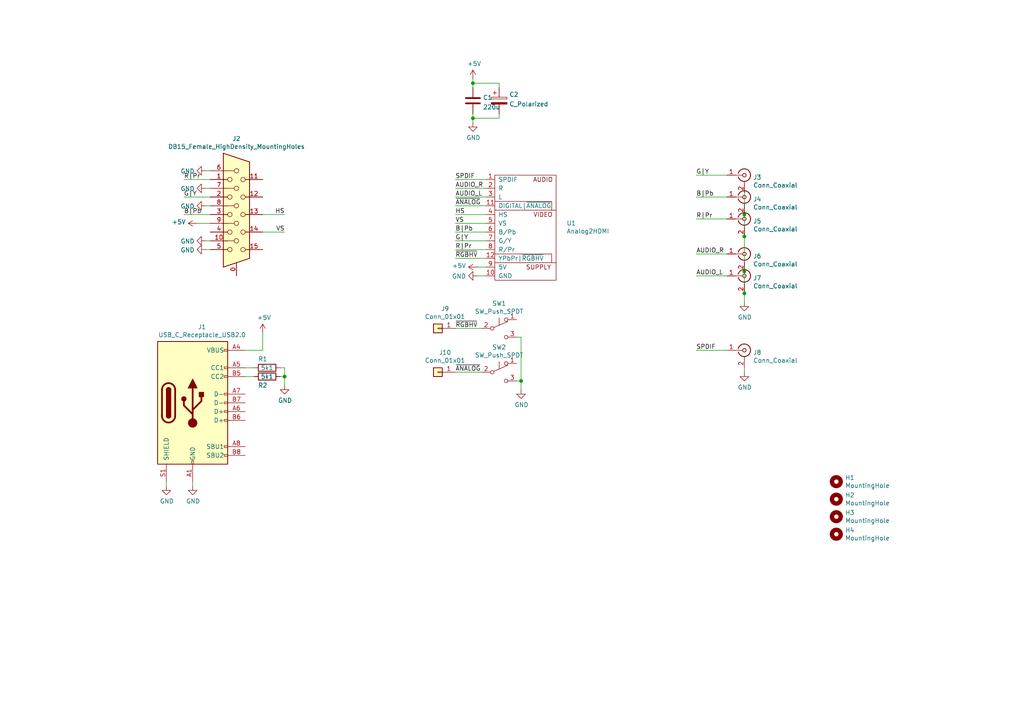
<source format=kicad_sch>
(kicad_sch (version 20211123) (generator eeschema)
  (paper "A4")
  (title_block (title "Analog2HDMI-Carrier Board") (date "2022-03-19") (rev "v20220319"))
  (lib_symbols
    (symbol "Analog2HDMI:Analog2HDMI" (pin_names (offset 1.016))
      (property "Reference" "U" (at -3.81 17.78 0))
      (property "Value" "Analog2HDMI" (at 6.35 -15.24 0))
      (symbol "Analog2HDMI_0_0"
        (polyline (pts (xy -5.08 -8.89) (xy 12.7 -8.89)))
        (polyline (pts (xy 11.43 6.35) (xy 12.7 6.35)))
        (polyline (pts (xy -5.08 6.35) (xy 11.43 6.35) (xy 11.43 8.89) (xy -5.08 8.89)))
        (polyline (pts (xy 11.43 -8.89) (xy 11.43 -7.62) (xy 11.43 -6.35) (xy -5.08 -6.35)))
        (text "AUDIO" (at 8.89 15.24 0) (effects (font (size 1.27 1.27))))
        (text "SUPPLY" (at 7.62 -10.16 0) (effects (font (size 1.27 1.27))))
        (text "VIDEO" (at 8.89 5.08 0) (effects (font (size 1.27 1.27))))
      )
      (symbol "Analog2HDMI_0_1"
        (rectangle (start -5.08 16.51) (end 12.7 -13.97))
      )
      (symbol "Analog2HDMI_1_1"
        (pin input line (at -7.62 15.24 0) (length 2.54) (name "SPDIF") (number "1"))
        (pin power_in line (at -7.62 -12.7 0) (length 2.54) (name "GND") (number "10"))
        (pin input line (at -7.62 7.62 0) (length 2.54) (name "DIGITAL|~{ANALOG}") (number "11"))
        (pin input line (at -7.62 -7.62 0) (length 2.54) (name "YPbPr|~{RGBHV}") (number "12"))
        (pin input line (at -7.62 12.7 0) (length 2.54) (name "R") (number "2"))
        (pin input line (at -7.62 10.16 0) (length 2.54) (name "L") (number "3"))
        (pin input line (at -7.62 5.08 0) (length 2.54) (name "HS") (number "4"))
        (pin input line (at -7.62 2.54 0) (length 2.54) (name "VS") (number "5"))
        (pin input line (at -7.62 0 0) (length 2.54) (name "B/Pb") (number "6"))
        (pin input line (at -7.62 -2.54 0) (length 2.54) (name "G/Y") (number "7"))
        (pin input line (at -7.62 -5.08 0) (length 2.54) (name "R/Pr") (number "8"))
        (pin power_in line (at -7.62 -10.16 0) (length 2.54) (name "5V") (number "9"))
      )
    )
    (symbol "Connector:Conn_Coaxial" (pin_names (offset 1.016) hide)
      (property "Reference" "J" (at 0.254 3.048 0))
      (property "Value" "Conn_Coaxial" (at 2.921 0 90))
      (symbol "Conn_Coaxial_0_1"
        (arc (start -1.778 -0.508) (mid 0.222 -1.808) (end 1.778 0) (stroke (width 0.254)))
        (polyline (pts (xy -2.54 0) (xy -0.508 0)))
        (polyline (pts (xy 0 -2.54) (xy 0 -1.778)))
        (circle (center 0 0) (radius 0.508) (stroke (width 0.2032)))
        (arc (start 1.778 0) (mid 0.222 1.8083) (end -1.778 0.508) (stroke (width 0.254)))
      )
      (symbol "Conn_Coaxial_1_1"
        (pin passive line (at -5.08 0 0) (length 2.54) (name "In") (number "1"))
        (pin passive line (at 0 -5.08 90) (length 2.54) (name "Ext") (number "2"))
      )
    )
    (symbol "Connector:DB15_Female_HighDensity_MountingHoles" (pin_names (offset 1.016) hide)
      (property "Reference" "J" (at 0 21.59 0))
      (property "Value" "DB15_Female_HighDensity_MountingHoles" (at 0 19.05 0))
      (symbol "DB15_Female_HighDensity_MountingHoles_0_1"
        (circle (center -1.905 -10.16) (radius 0.635))
        (circle (center -1.905 -5.08) (radius 0.635))
        (circle (center -1.905 0) (radius 0.635))
        (circle (center -1.905 5.08) (radius 0.635))
        (circle (center -1.905 10.16) (radius 0.635))
        (circle (center 0 -7.62) (radius 0.635))
        (circle (center 0 -2.54) (radius 0.635))
        (polyline (pts (xy -3.175 7.62) (xy -0.635 7.62)))
        (polyline (pts (xy -0.635 -7.62) (xy -3.175 -7.62)))
        (polyline (pts (xy -0.635 -2.54) (xy -3.175 -2.54)))
        (polyline (pts (xy -0.635 2.54) (xy -3.175 2.54)))
        (polyline (pts (xy -0.635 12.7) (xy -3.175 12.7)))
        (polyline (pts (xy -3.81 17.78) (xy -3.81 -15.24) (xy 3.81 -12.7) (xy 3.81 15.24) (xy -3.81 17.78)) (stroke (width 0.254)) (fill (type background)))
        (circle (center 0 2.54) (radius 0.635))
        (circle (center 0 7.62) (radius 0.635))
        (circle (center 0 12.7) (radius 0.635))
        (circle (center 1.905 -10.16) (radius 0.635))
        (circle (center 1.905 -5.08) (radius 0.635))
        (circle (center 1.905 0) (radius 0.635))
        (circle (center 1.905 5.08) (radius 0.635))
        (circle (center 1.905 10.16) (radius 0.635))
      )
      (symbol "DB15_Female_HighDensity_MountingHoles_1_1"
        (pin passive line (at 0 -17.78 90) (length 3.81) (name "~") (number "0"))
        (pin passive line (at -7.62 10.16 0) (length 5.08) (name "~") (number "1"))
        (pin passive line (at -7.62 -7.62 0) (length 5.08) (name "~") (number "10"))
        (pin passive line (at 7.62 10.16 180) (length 5.08) (name "~") (number "11"))
        (pin passive line (at 7.62 5.08 180) (length 5.08) (name "~") (number "12"))
        (pin passive line (at 7.62 0 180) (length 5.08) (name "~") (number "13"))
        (pin passive line (at 7.62 -5.08 180) (length 5.08) (name "~") (number "14"))
        (pin passive line (at 7.62 -10.16 180) (length 5.08) (name "~") (number "15"))
        (pin passive line (at -7.62 5.08 0) (length 5.08) (name "~") (number "2"))
        (pin passive line (at -7.62 0 0) (length 5.08) (name "~") (number "3"))
        (pin passive line (at -7.62 -5.08 0) (length 5.08) (name "~") (number "4"))
        (pin passive line (at -7.62 -10.16 0) (length 5.08) (name "~") (number "5"))
        (pin passive line (at -7.62 12.7 0) (length 5.08) (name "~") (number "6"))
        (pin passive line (at -7.62 7.62 0) (length 5.08) (name "~") (number "7"))
        (pin passive line (at -7.62 2.54 0) (length 5.08) (name "~") (number "8"))
        (pin passive line (at -7.62 -2.54 0) (length 5.08) (name "~") (number "9"))
      )
    )
    (symbol "Connector:USB_C_Receptacle_USB2.0" (pin_names (offset 1.016))
      (property "Reference" "J" (at -10.16 19.05 0))
      (property "Value" "USB_C_Receptacle_USB2.0" (at 19.05 19.05 0))
      (symbol "USB_C_Receptacle_USB2.0_0_0"
        (rectangle (start -0.254 -17.78) (end 0.254 -16.764))
        (rectangle (start 10.16 -14.986) (end 9.144 -15.494))
        (rectangle (start 10.16 -12.446) (end 9.144 -12.954))
        (rectangle (start 10.16 -4.826) (end 9.144 -5.334))
        (rectangle (start 10.16 -2.286) (end 9.144 -2.794))
        (rectangle (start 10.16 0.254) (end 9.144 -0.254))
        (rectangle (start 10.16 2.794) (end 9.144 2.286))
        (rectangle (start 10.16 7.874) (end 9.144 7.366))
        (rectangle (start 10.16 10.414) (end 9.144 9.906))
        (rectangle (start 10.16 15.494) (end 9.144 14.986))
      )
      (symbol "USB_C_Receptacle_USB2.0_0_1"
        (rectangle (start -10.16 17.78) (end 10.16 -17.78) (stroke (width 0.254)) (fill (type background)))
        (arc (start -8.89 -3.81) (mid -6.985 -5.715) (end -5.08 -3.81) (stroke (width 0.508)))
        (arc (start -7.62 -3.81) (mid -6.985 -4.445) (end -6.35 -3.81) (stroke (width 0.254)))
        (arc (start -7.62 -3.81) (mid -6.985 -4.445) (end -6.35 -3.81) (stroke (width 0.254)) (fill (type outline)))
        (rectangle (start -7.62 -3.81) (end -6.35 3.81) (stroke (width 0.254)) (fill (type outline)))
        (arc (start -6.35 3.81) (mid -6.985 4.445) (end -7.62 3.81) (stroke (width 0.254)))
        (arc (start -6.35 3.81) (mid -6.985 4.445) (end -7.62 3.81) (stroke (width 0.254)) (fill (type outline)))
        (arc (start -5.08 3.81) (mid -6.985 5.715) (end -8.89 3.81) (stroke (width 0.508)))
        (circle (center -2.54 1.143) (radius 0.635) (stroke (width 0.254)) (fill (type outline)))
        (circle (center 0 -5.842) (radius 1.27) (fill (type outline)))
        (polyline (pts (xy -8.89 -3.81) (xy -8.89 3.81)) (stroke (width 0.508)))
        (polyline (pts (xy -5.08 3.81) (xy -5.08 -3.81)) (stroke (width 0.508)))
        (polyline (pts (xy 0 -5.842) (xy 0 4.318)) (stroke (width 0.508)))
        (polyline (pts (xy 0 -3.302) (xy -2.54 -0.762) (xy -2.54 0.508)) (stroke (width 0.508)))
        (polyline (pts (xy 0 -2.032) (xy 2.54 0.508) (xy 2.54 1.778)) (stroke (width 0.508)))
        (polyline (pts (xy -1.27 4.318) (xy 0 6.858) (xy 1.27 4.318) (xy -1.27 4.318)) (stroke (width 0.254)) (fill (type outline)))
        (rectangle (start 1.905 1.778) (end 3.175 3.048) (stroke (width 0.254)) (fill (type outline)))
      )
      (symbol "USB_C_Receptacle_USB2.0_1_1"
        (pin passive line (at 0 -22.86 90) (length 5.08) (name "GND") (number "A1"))
        (pin passive line (at 0 -22.86 90) (length 5.08) hide (name "GND") (number "A12"))
        (pin passive line (at 15.24 15.24 180) (length 5.08) (name "VBUS") (number "A4"))
        (pin bidirectional line (at 15.24 10.16 180) (length 5.08) (name "CC1") (number "A5"))
        (pin bidirectional line (at 15.24 -2.54 180) (length 5.08) (name "D+") (number "A6"))
        (pin bidirectional line (at 15.24 2.54 180) (length 5.08) (name "D-") (number "A7"))
        (pin bidirectional line (at 15.24 -12.7 180) (length 5.08) (name "SBU1") (number "A8"))
        (pin passive line (at 15.24 15.24 180) (length 5.08) hide (name "VBUS") (number "A9"))
        (pin passive line (at 0 -22.86 90) (length 5.08) hide (name "GND") (number "B1"))
        (pin passive line (at 0 -22.86 90) (length 5.08) hide (name "GND") (number "B12"))
        (pin passive line (at 15.24 15.24 180) (length 5.08) hide (name "VBUS") (number "B4"))
        (pin bidirectional line (at 15.24 7.62 180) (length 5.08) (name "CC2") (number "B5"))
        (pin bidirectional line (at 15.24 -5.08 180) (length 5.08) (name "D+") (number "B6"))
        (pin bidirectional line (at 15.24 0 180) (length 5.08) (name "D-") (number "B7"))
        (pin bidirectional line (at 15.24 -15.24 180) (length 5.08) (name "SBU2") (number "B8"))
        (pin passive line (at 15.24 15.24 180) (length 5.08) hide (name "VBUS") (number "B9"))
        (pin passive line (at -7.62 -22.86 90) (length 5.08) (name "SHIELD") (number "S1"))
      )
    )
    (symbol "Connector_Generic:Conn_01x01" (pin_names (offset 1.016) hide)
      (property "Reference" "J" (at 0 2.54 0))
      (property "Value" "Conn_01x01" (at 0 -2.54 0))
      (symbol "Conn_01x01_1_1"
        (rectangle (start -1.27 0.127) (end 0 -0.127) (stroke (width 0.1524)))
        (rectangle (start -1.27 1.27) (end 1.27 -1.27) (stroke (width 0.254)) (fill (type background)))
        (pin passive line (at -5.08 0 0) (length 3.81) (name "Pin_1") (number "1"))
      )
    )
    (symbol "Device:C" (pin_numbers hide) (pin_names (offset 0.254))
      (property "Reference" "C" (at 0.635 2.54 0))
      (property "Value" "C" (at 0.635 -2.54 0))
      (symbol "C_0_1"
        (polyline (pts (xy -2.032 -0.762) (xy 2.032 -0.762)) (stroke (width 0.508)))
        (polyline (pts (xy -2.032 0.762) (xy 2.032 0.762)) (stroke (width 0.508)))
      )
      (symbol "C_1_1"
        (pin passive line (at 0 3.81 270) (length 2.794) (name "~") (number "1"))
        (pin passive line (at 0 -3.81 90) (length 2.794) (name "~") (number "2"))
      )
    )
    (symbol "Device:C_Polarized" (pin_numbers hide) (pin_names (offset 0.254))
      (property "Reference" "C" (at 0.635 2.54 0))
      (property "Value" "C_Polarized" (at 0.635 -2.54 0))
      (symbol "C_Polarized_0_1"
        (rectangle (start -2.286 0.508) (end 2.286 1.016))
        (polyline (pts (xy -1.778 2.286) (xy -0.762 2.286)))
        (polyline (pts (xy -1.27 2.794) (xy -1.27 1.778)))
        (rectangle (start 2.286 -0.508) (end -2.286 -1.016) (fill (type outline)))
      )
      (symbol "C_Polarized_1_1"
        (pin passive line (at 0 3.81 270) (length 2.794) (name "~") (number "1"))
        (pin passive line (at 0 -3.81 90) (length 2.794) (name "~") (number "2"))
      )
    )
    (symbol "Device:R" (pin_numbers hide) (pin_names (offset 0))
      (property "Reference" "R" (at 2.032 0 90))
      (property "Value" "R" (at 0 0 90))
      (symbol "R_0_1"
        (rectangle (start -1.016 -2.54) (end 1.016 2.54) (stroke (width 0.254)))
      )
      (symbol "R_1_1"
        (pin passive line (at 0 3.81 270) (length 1.27) (name "~") (number "1"))
        (pin passive line (at 0 -3.81 90) (length 1.27) (name "~") (number "2"))
      )
    )
    (symbol "Mechanical:MountingHole" (pin_names (offset 1.016))
      (property "Reference" "H" (at 0 5.08 0))
      (property "Value" "MountingHole" (at 0 3.175 0))
      (symbol "MountingHole_0_1"
        (circle (center 0 0) (radius 1.27) (stroke (width 1.27)))
      )
    )
    (symbol "Switch:SW_Push_SPDT" (pin_names (offset 0) hide)
      (property "Reference" "SW" (at 0 4.318 0))
      (property "Value" "SW_Push_SPDT" (at 0 -5.08 0))
      (symbol "SW_Push_SPDT_0_0"
        (circle (center -2.032 0) (radius 0.508))
        (polyline (pts (xy 0 1.016) (xy 0 3.048)))
        (circle (center 2.032 -2.54) (radius 0.508))
      )
      (symbol "SW_Push_SPDT_0_1"
        (polyline (pts (xy -1.524 0.254) (xy 2.54 2.032)))
        (circle (center 2.032 2.54) (radius 0.508))
      )
      (symbol "SW_Push_SPDT_1_1"
        (pin passive line (at 5.08 2.54 180) (length 2.54) (name "A") (number "1"))
        (pin passive line (at -5.08 0 0) (length 2.54) (name "B") (number "2"))
        (pin passive line (at 5.08 -2.54 180) (length 2.54) (name "C") (number "3"))
      )
    )
    (symbol "power:+5V" (power) (pin_names (offset 0))
      (property "Value" "+5V" (at 0 3.556 0))
      (symbol "+5V_0_1"
        (polyline (pts (xy -0.762 1.27) (xy 0 2.54)))
        (polyline (pts (xy 0 0) (xy 0 2.54)))
        (polyline (pts (xy 0 2.54) (xy 0.762 1.27)))
      )
      (symbol "+5V_1_1"
        (pin power_in line (at 0 0 90) (length 0) hide (name "+5V") (number "1"))
      )
    )
    (symbol "power:GND" (power) (pin_names (offset 0))
      (property "Value" "GND" (at 0 -3.81 0))
      (symbol "GND_0_1"
        (polyline (pts (xy 0 0) (xy 0 -1.27) (xy 1.27 -1.27) (xy 0 -2.54) (xy -1.27 -1.27) (xy 0 -1.27)))
      )
      (symbol "GND_1_1"
        (pin power_in line (at 0 0 270) (length 0) hide (name "GND") (number "1"))
      )
    )
  )
  (junction (at 137.16 34.29))
  (junction (at 215.9 78.74))
  (junction (at 137.16 24.13))
  (junction (at 215.9 85.09))
  (junction (at 82.55 109.22))
  (junction (at 215.9 62.23))
  (junction (at 215.9 68.58))
  (junction (at 151.13 110.49))
  (wire (pts (xy 60.96 54.61) (xy 59.69 54.61)))
  (wire (pts (xy 132.08 62.23) (xy 140.97 62.23)))
  (wire (pts (xy 151.13 110.49) (xy 151.13 113.03)))
  (wire (pts (xy 55.88 140.97) (xy 55.88 139.7)))
  (wire (pts (xy 144.78 34.29) (xy 137.16 34.29)))
  (wire (pts (xy 140.97 67.31) (xy 132.08 67.31)))
  (wire (pts (xy 140.97 74.93) (xy 132.08 74.93)))
  (wire (pts (xy 57.15 64.77) (xy 60.96 64.77)))
  (wire (pts (xy 140.97 64.77) (xy 132.08 64.77)))
  (wire (pts (xy 71.12 106.68) (xy 73.66 106.68)))
  (wire (pts (xy 137.16 22.86) (xy 137.16 24.13)))
  (wire (pts (xy 60.96 59.69) (xy 59.69 59.69)))
  (wire (pts (xy 53.34 57.15) (xy 60.96 57.15)))
  (wire (pts (xy 48.26 140.97) (xy 48.26 139.7)))
  (wire (pts (xy 137.16 24.13) (xy 144.78 24.13)))
  (wire (pts (xy 82.55 106.68) (xy 82.55 109.22)))
  (wire (pts (xy 59.69 69.85) (xy 60.96 69.85)))
  (wire (pts (xy 140.97 69.85) (xy 132.08 69.85)))
  (wire (pts (xy 59.69 72.39) (xy 60.96 72.39)))
  (wire (pts (xy 210.82 50.8) (xy 201.93 50.8)))
  (wire (pts (xy 215.9 62.23) (xy 215.9 68.58)))
  (wire (pts (xy 82.55 67.31) (xy 76.2 67.31)))
  (wire (pts (xy 215.9 107.95) (xy 215.9 106.68)))
  (wire (pts (xy 60.96 62.23) (xy 53.34 62.23)))
  (wire (pts (xy 140.97 57.15) (xy 132.08 57.15)))
  (wire (pts (xy 53.34 52.07) (xy 60.96 52.07)))
  (wire (pts (xy 81.28 109.22) (xy 82.55 109.22)))
  (wire (pts (xy 144.78 24.13) (xy 144.78 25.4)))
  (wire (pts (xy 139.7 107.95) (xy 132.08 107.95)))
  (wire (pts (xy 132.08 95.25) (xy 139.7 95.25)))
  (wire (pts (xy 215.9 55.88) (xy 215.9 62.23)))
  (wire (pts (xy 76.2 101.6) (xy 76.2 96.52)))
  (wire (pts (xy 210.82 73.66) (xy 201.93 73.66)))
  (wire (pts (xy 82.55 62.23) (xy 76.2 62.23)))
  (wire (pts (xy 140.97 59.69) (xy 132.08 59.69)))
  (wire (pts (xy 149.86 97.79) (xy 151.13 97.79)))
  (wire (pts (xy 140.97 52.07) (xy 132.08 52.07)))
  (wire (pts (xy 140.97 72.39) (xy 132.08 72.39)))
  (wire (pts (xy 210.82 101.6) (xy 201.93 101.6)))
  (wire (pts (xy 149.86 110.49) (xy 151.13 110.49)))
  (wire (pts (xy 151.13 97.79) (xy 151.13 110.49)))
  (wire (pts (xy 137.16 34.29) (xy 137.16 35.56)))
  (wire (pts (xy 215.9 68.58) (xy 215.9 78.74)))
  (wire (pts (xy 81.28 106.68) (xy 82.55 106.68)))
  (wire (pts (xy 137.16 24.13) (xy 137.16 25.4)))
  (wire (pts (xy 215.9 85.09) (xy 215.9 87.63)))
  (wire (pts (xy 140.97 80.01) (xy 138.43 80.01)))
  (wire (pts (xy 210.82 63.5) (xy 201.93 63.5)))
  (wire (pts (xy 144.78 33.02) (xy 144.78 34.29)))
  (wire (pts (xy 140.97 54.61) (xy 132.08 54.61)))
  (wire (pts (xy 137.16 33.02) (xy 137.16 34.29)))
  (wire (pts (xy 71.12 109.22) (xy 73.66 109.22)))
  (wire (pts (xy 215.9 78.74) (xy 215.9 85.09)))
  (wire (pts (xy 210.82 80.01) (xy 201.93 80.01)))
  (wire (pts (xy 210.82 57.15) (xy 201.93 57.15)))
  (wire (pts (xy 59.69 49.53) (xy 60.96 49.53)))
  (wire (pts (xy 71.12 101.6) (xy 76.2 101.6)))
  (wire (pts (xy 82.55 109.22) (xy 82.55 111.76)))
  (wire (pts (xy 140.97 77.47) (xy 138.43 77.47)))
  (label "R|Pr" (at 53.34 52.07 0))
  (label "G|Y" (at 53.34 57.15 0))
  (label "SPDIF" (at 201.93 101.6 0))
  (label "AUDIO_R" (at 132.08 54.61 0))
  (label "VS" (at 132.08 64.77 0))
  (label "G|Y" (at 132.08 69.85 0))
  (label "~{RGBHV}" (at 132.08 74.93 0))
  (label "AUDIO_L" (at 201.93 80.01 0))
  (label "HS" (at 82.55 62.23 180))
  (label "~{ANALOG}" (at 132.08 107.95 0))
  (label "HS" (at 132.08 62.23 0))
  (label "VS" (at 82.55 67.31 180))
  (label "~{ANALOG}" (at 132.08 59.69 0))
  (label "G|Y" (at 201.93 50.8 0))
  (label "AUDIO_L" (at 132.08 57.15 0))
  (label "SPDIF" (at 132.08 52.07 0))
  (label "B|Pb" (at 53.34 62.23 0))
  (label "~{RGBHV}" (at 132.08 95.25 0))
  (label "R|Pr" (at 201.93 63.5 0))
  (label "B|Pb" (at 132.08 67.31 0))
  (label "R|Pr" (at 132.08 72.39 0))
  (label "AUDIO_R" (at 201.93 73.66 0))
  (label "B|Pb" (at 201.93 57.15 0))
  (symbol (lib_id "Analog2HDMI:Analog2HDMI") (at 148.59 67.31 0) (unit 1)
    (property "Reference" "U1" (at 164.3126 64.7446 0) (effects (justify left)))
    (property "Value" "Analog2HDMI" (at 164.3126 67.056 0) (effects (justify left)))
    (property "Footprint" "Analog2HDMI:Analog2HDMI" (effects hide))
  )
  (symbol (lib_id "Switch:SW_Push_SPDT") (at 144.78 95.25 0) (unit 1)
    (property "Reference" "SW1" (at 144.78 88.011 0))
    (property "Value" "SW_Push_SPDT" (at 144.78 90.3224 0))
    (property "Footprint" "Button_Switch_THT:SW_CuK_OS102011MA1QN1_SPDT_Angled" (effects hide))
  )
  (symbol (lib_id "Switch:SW_Push_SPDT") (at 144.78 107.95 0) (unit 1)
    (property "Reference" "SW2" (at 144.78 100.711 0))
    (property "Value" "SW_Push_SPDT" (at 144.78 103.0224 0))
    (property "Footprint" "Button_Switch_THT:SW_CuK_OS102011MA1QN1_SPDT_Angled" (effects hide))
  )
  (symbol (lib_id "Connector:Conn_Coaxial") (at 215.9 50.8 0) (unit 1)
    (property "Reference" "J3" (at 218.44 51.435 0) (effects (justify left)))
    (property "Value" "Conn_Coaxial" (at 218.44 53.7464 0) (effects (justify left)))
    (property "Footprint" "Connector_Coaxial:AV-8.4-9" (effects hide))
    (property "Datasheet" " ~" (effects hide))
  )
  (symbol (lib_id "Connector:Conn_Coaxial") (at 215.9 57.15 0) (unit 1)
    (property "Reference" "J4" (at 218.44 57.785 0) (effects (justify left)))
    (property "Value" "Conn_Coaxial" (at 218.44 60.0964 0) (effects (justify left)))
    (property "Footprint" "Connector_Coaxial:AV-8.4-9" (effects hide))
    (property "Datasheet" " ~" (effects hide))
  )
  (symbol (lib_id "Connector:Conn_Coaxial") (at 215.9 63.5 0) (unit 1)
    (property "Reference" "J5" (at 218.44 64.135 0) (effects (justify left)))
    (property "Value" "Conn_Coaxial" (at 218.44 66.4464 0) (effects (justify left)))
    (property "Footprint" "Connector_Coaxial:AV-8.4-9" (effects hide))
    (property "Datasheet" " ~" (effects hide))
  )
  (symbol (lib_id "Connector:Conn_Coaxial") (at 215.9 73.66 0) (unit 1)
    (property "Reference" "J6" (at 218.44 74.295 0) (effects (justify left)))
    (property "Value" "Conn_Coaxial" (at 218.44 76.6064 0) (effects (justify left)))
    (property "Footprint" "Connector_Coaxial:AV-8.4-9" (effects hide))
    (property "Datasheet" " ~" (effects hide))
  )
  (symbol (lib_id "Connector:Conn_Coaxial") (at 215.9 80.01 0) (unit 1)
    (property "Reference" "J7" (at 218.44 80.645 0) (effects (justify left)))
    (property "Value" "Conn_Coaxial" (at 218.44 82.9564 0) (effects (justify left)))
    (property "Footprint" "Connector_Coaxial:AV-8.4-9" (effects hide))
    (property "Datasheet" " ~" (effects hide))
  )
  (symbol (lib_id "power:GND") (at 215.9 87.63 0) (unit 1)
    (property "Reference" "#PWR0101" (effects hide))
    (property "Value" "GND" (at 216.027 92.0242 0))
  )
  (symbol (lib_id "power:+5V") (at 138.43 77.47 90) (unit 1)
    (property "Reference" "#PWR0102" (effects hide))
    (property "Value" "+5V" (at 135.1788 77.089 90) (effects (justify left)))
  )
  (symbol (lib_id "power:GND") (at 138.43 80.01 270) (unit 1)
    (property "Reference" "#PWR0103" (effects hide))
    (property "Value" "GND" (at 135.1788 80.137 90) (effects (justify right)))
  )
  (symbol (lib_id "power:GND") (at 151.13 113.03 0) (unit 1)
    (property "Reference" "#PWR0104" (effects hide))
    (property "Value" "GND" (at 151.257 117.4242 0))
  )
  (symbol (lib_id "Connector:DB15_Female_HighDensity_MountingHoles") (at 68.58 62.23 0) (unit 1)
    (property "Reference" "J2" (at 68.58 40.2082 0))
    (property "Value" "DB15_Female_HighDensity_MountingHoles" (at 68.58 42.5196 0))
    (property "Footprint" "Connector_Dsub:DSUB-15-HD_Female_Horizontal_P2.29x1.98mm_EdgePinOffset3.03mm_Housed_MountingHolesOffset4.94mm" (effects hide))
    (property "Datasheet" " ~" (effects hide))
  )
  (symbol (lib_id "power:+5V") (at 57.15 64.77 90) (unit 1)
    (property "Reference" "#PWR0105" (effects hide))
    (property "Value" "+5V" (at 53.8988 64.389 90) (effects (justify left)))
  )
  (symbol (lib_id "power:GND") (at 59.69 49.53 270) (unit 1)
    (property "Reference" "#PWR0106" (effects hide))
    (property "Value" "GND" (at 56.4388 49.657 90) (effects (justify right)))
  )
  (symbol (lib_id "power:GND") (at 59.69 54.61 270) (unit 1)
    (property "Reference" "#PWR0107" (effects hide))
    (property "Value" "GND" (at 56.4388 54.737 90) (effects (justify right)))
  )
  (symbol (lib_id "power:GND") (at 59.69 59.69 270) (unit 1)
    (property "Reference" "#PWR0108" (effects hide))
    (property "Value" "GND" (at 56.4388 59.817 90) (effects (justify right)))
  )
  (symbol (lib_id "power:GND") (at 59.69 69.85 270) (unit 1)
    (property "Reference" "#PWR0109" (effects hide))
    (property "Value" "GND" (at 56.4388 69.977 90) (effects (justify right)))
  )
  (symbol (lib_id "power:GND") (at 59.69 72.39 270) (unit 1)
    (property "Reference" "#PWR0110" (effects hide))
    (property "Value" "GND" (at 56.4388 72.517 90) (effects (justify right)))
  )
  (symbol (lib_id "Connector:Conn_Coaxial") (at 215.9 101.6 0) (unit 1)
    (property "Reference" "J8" (at 218.44 102.235 0) (effects (justify left)))
    (property "Value" "Conn_Coaxial" (at 218.44 104.5464 0) (effects (justify left)))
    (property "Footprint" "Connector_Coaxial:AV-8.4-9" (effects hide))
    (property "Datasheet" " ~" (effects hide))
  )
  (symbol (lib_id "power:GND") (at 215.9 107.95 0) (unit 1)
    (property "Reference" "#PWR0111" (effects hide))
    (property "Value" "GND" (at 216.027 112.3442 0))
  )
  (symbol (lib_id "Connector:USB_C_Receptacle_USB2.0") (at 55.88 116.84 0) (unit 1)
    (property "Reference" "J1" (at 58.5978 94.8182 0))
    (property "Value" "USB_C_Receptacle_USB2.0" (at 58.5978 97.1296 0))
    (property "Footprint" "Connector_USB:USB_C_Receptacle_HRO_TYPE-C-31-M-12" (effects hide))
    (property "Datasheet" "https://www.usb.org/sites/default/files/documents/usb_type-c.zip" (effects hide))
  )
  (symbol (lib_id "power:+5V") (at 76.2 96.52 0) (unit 1)
    (property "Reference" "#PWR0112" (effects hide))
    (property "Value" "+5V" (at 76.581 92.1258 0))
  )
  (symbol (lib_id "power:GND") (at 48.26 140.97 0) (unit 1)
    (property "Reference" "#PWR0113" (effects hide))
    (property "Value" "GND" (at 48.387 145.3642 0))
  )
  (symbol (lib_id "power:GND") (at 55.88 140.97 0) (unit 1)
    (property "Reference" "#PWR0114" (effects hide))
    (property "Value" "GND" (at 56.007 145.3642 0))
  )
  (symbol (lib_id "Device:R") (at 77.47 106.68 270) (unit 1)
    (property "Reference" "R1" (at 76.2 104.14 90))
    (property "Value" "5k1" (at 77.47 106.68 90))
    (property "Footprint" "Resistor_SMD:R_1206_3216Metric" (effects hide))
  )
  (symbol (lib_id "power:GND") (at 82.55 111.76 0) (unit 1)
    (property "Reference" "#PWR0115" (effects hide))
    (property "Value" "GND" (at 82.677 116.1542 0))
  )
  (symbol (lib_id "Mechanical:MountingHole") (at 242.57 139.7 180) (unit 1)
    (property "Reference" "H1" (at 245.11 138.5316 0) (effects (justify right)))
    (property "Value" "MountingHole" (at 245.11 140.843 0) (effects (justify right)))
    (property "Footprint" "MountingHole:MountingHole_2.1mm" (effects hide))
  )
  (symbol (lib_id "Mechanical:MountingHole") (at 242.57 144.78 180) (unit 1)
    (property "Reference" "H2" (at 245.11 143.6116 0) (effects (justify right)))
    (property "Value" "MountingHole" (at 245.11 145.923 0) (effects (justify right)))
    (property "Footprint" "MountingHole:MountingHole_2.1mm" (effects hide))
  )
  (symbol (lib_id "Mechanical:MountingHole") (at 242.57 149.86 180) (unit 1)
    (property "Reference" "H3" (at 245.11 148.6916 0) (effects (justify right)))
    (property "Value" "MountingHole" (at 245.11 151.003 0) (effects (justify right)))
    (property "Footprint" "MountingHole:MountingHole_2.1mm" (effects hide))
  )
  (symbol (lib_id "Mechanical:MountingHole") (at 242.57 154.94 180) (unit 1)
    (property "Reference" "H4" (at 245.11 153.7716 0) (effects (justify right)))
    (property "Value" "MountingHole" (at 245.11 156.083 0) (effects (justify right)))
    (property "Footprint" "MountingHole:MountingHole_2.1mm" (effects hide))
  )
  (symbol (lib_id "Connector_Generic:Conn_01x01") (at 127 95.25 180) (unit 1)
    (property "Reference" "J9" (at 129.0828 89.535 0))
    (property "Value" "Conn_01x01" (at 129.0828 91.8464 0))
    (property "Footprint" "TestPoint:TestPoint_Pad_1.5x1.5mm" (effects hide))
  )
  (symbol (lib_id "Connector_Generic:Conn_01x01") (at 127 107.95 180) (unit 1)
    (property "Reference" "J10" (at 129.0828 102.235 0))
    (property "Value" "Conn_01x01" (at 129.0828 104.5464 0))
    (property "Footprint" "TestPoint:TestPoint_Pad_1.5x1.5mm" (effects hide))
  )
  (symbol (lib_id "Device:C_Polarized") (at 144.78 29.21 0) (unit 1)
    (property "Reference" "C2" (at 147.701 27.4125 0) (effects (justify left)))
    (property "Value" "C_Polarized" (at 147.701 30.1876 0) (effects (justify left)))
    (property "Footprint" "Capacitor_SMD:CP_Elec_6.3x7.7" (effects hide))
  )
  (symbol (lib_id "power:GND") (at 137.16 35.56 0) (unit 1)
    (property "Reference" "#PWR0116" (effects hide))
    (property "Value" "GND" (at 137.287 39.9542 0))
  )
  (symbol (lib_id "Device:C") (at 137.16 29.21 0) (unit 1)
    (property "Reference" "C1" (at 140.081 28.3015 0) (effects (justify left)))
    (property "Value" "220u" (at 140.081 31.0766 0) (effects (justify left)))
    (property "Footprint" "Capacitor_SMD:C_1206_3216Metric_Pad1.33x1.80mm_HandSolder" (effects hide))
  )
  (symbol (lib_id "power:+5V") (at 137.16 22.86 0) (unit 1)
    (property "Reference" "#PWR0117" (effects hide))
    (property "Value" "+5V" (at 137.541 18.4658 0))
  )
  (symbol (lib_id "Device:R") (at 77.47 109.22 270) (unit 1)
    (property "Reference" "R2" (at 76.2 111.76 90))
    (property "Value" "5k1" (at 77.47 109.22 90))
    (property "Footprint" "Resistor_SMD:R_1206_3216Metric" (effects hide))
  )
)
</source>
